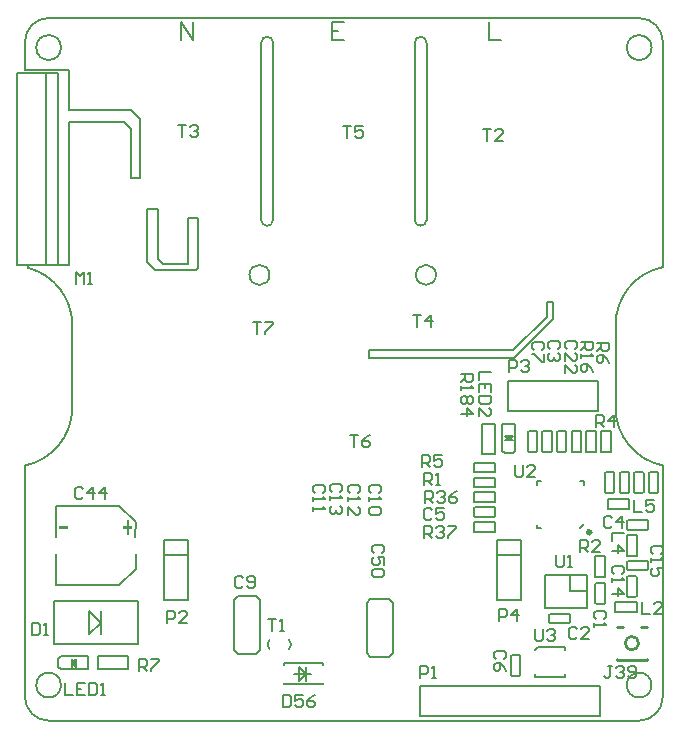
<source format=gto>
%FSLAX25Y25*%
%MOIN*%
G70*
G01*
G75*
%ADD10C,0.01000*%
%ADD11C,0.00800*%
%ADD12C,0.03000*%
%ADD13C,0.02000*%
%ADD14C,0.04000*%
%ADD15R,0.11811X0.09843*%
%ADD16O,0.11811X0.09843*%
%ADD17R,0.02362X0.02362*%
%ADD18R,0.03347X0.02756*%
%ADD19R,0.09843X0.09843*%
%ADD20R,0.04724X0.01181*%
%ADD21R,0.01181X0.04724*%
%ADD22R,0.02362X0.02362*%
%ADD23R,0.03937X0.04134*%
%ADD24R,0.04134X0.08661*%
%ADD25R,0.04724X0.04331*%
%ADD26R,0.03543X0.06299*%
G04:AMPARAMS|DCode=27|XSize=21.65mil|YSize=9.84mil|CornerRadius=2.46mil|HoleSize=0mil|Usage=FLASHONLY|Rotation=0.000|XOffset=0mil|YOffset=0mil|HoleType=Round|Shape=RoundedRectangle|*
%AMROUNDEDRECTD27*
21,1,0.02165,0.00492,0,0,0.0*
21,1,0.01673,0.00984,0,0,0.0*
1,1,0.00492,0.00837,-0.00246*
1,1,0.00492,-0.00837,-0.00246*
1,1,0.00492,-0.00837,0.00246*
1,1,0.00492,0.00837,0.00246*
%
%ADD27ROUNDEDRECTD27*%
%ADD28R,0.04331X0.04724*%
%ADD29R,0.13780X0.04724*%
%ADD30R,0.08661X0.11024*%
%ADD31R,0.02756X0.03347*%
%ADD32R,0.07087X0.03937*%
%ADD33R,0.01969X0.03150*%
%ADD34R,0.02200X0.06800*%
%ADD35R,0.05000X0.08200*%
%ADD36R,0.19000X0.05200*%
%ADD37R,0.14100X0.20100*%
%ADD38R,0.19200X0.07300*%
%ADD39C,0.00500*%
%ADD40C,0.06000*%
%ADD41R,0.33465X0.07874*%
%ADD42O,0.06000X0.03000*%
%ADD43R,0.06000X0.03000*%
%ADD44R,0.05906X0.05906*%
%ADD45C,0.05906*%
%ADD46R,0.13780X0.35433*%
%ADD47C,0.02000*%
%ADD48C,0.03000*%
%ADD49C,0.04000*%
%ADD50R,0.03937X0.02362*%
%ADD51R,0.03937X0.07299*%
G04:AMPARAMS|DCode=52|XSize=157.48mil|YSize=275.59mil|CornerRadius=0mil|HoleSize=0mil|Usage=FLASHONLY|Rotation=180.000|XOffset=0mil|YOffset=0mil|HoleType=Round|Shape=Octagon|*
%AMOCTAGOND52*
4,1,8,0.03937,-0.13780,-0.03937,-0.13780,-0.07874,-0.09843,-0.07874,0.09843,-0.03937,0.13780,0.03937,0.13780,0.07874,0.09843,0.07874,-0.09843,0.03937,-0.13780,0.0*
%
%ADD52OCTAGOND52*%

%ADD53R,0.03150X0.05512*%
%ADD54R,0.03150X0.05512*%
%ADD55R,0.27200X0.43300*%
%ADD56R,0.13500X0.48000*%
%ADD57R,0.35700X0.14100*%
%ADD58R,0.14000X0.05900*%
%ADD59R,0.20500X0.07100*%
%ADD60R,0.08100X0.16600*%
%ADD61R,0.42700X0.04000*%
%ADD62R,0.26300X0.10800*%
%ADD63R,0.08500X0.52200*%
%ADD64C,0.06299*%
%ADD65C,0.05906*%
%ADD66C,0.07087*%
%ADD67C,0.01500*%
%ADD68C,0.00591*%
%ADD69C,0.00787*%
%ADD70C,0.00600*%
G36*
X-19078Y49066D02*
X-17909D01*
Y48287D01*
X-19078D01*
Y46078D01*
X-19857D01*
Y48287D01*
X-21027D01*
Y49066D01*
X-19857D01*
Y51275D01*
X-19078D01*
Y49066D01*
D02*
G37*
G36*
X-39216Y48287D02*
X-42334D01*
Y49066D01*
X-39216D01*
Y48287D01*
D02*
G37*
D10*
X150838Y10119D02*
G03*
X150838Y10119I-2236J0D01*
G01*
X151480Y4617D02*
X153601D01*
Y4878D01*
X143601Y4617D02*
Y4878D01*
Y4617D02*
X145723D01*
X153602Y15359D02*
Y15621D01*
X151480D02*
X153602D01*
X143602D02*
X145723D01*
X143602Y15359D02*
Y15621D01*
X145723Y4617D02*
X151480D01*
D39*
X27828Y11243D02*
G03*
X27828Y8094I1575J-1575D01*
G01*
X34324D02*
G03*
X34324Y11243I-1575J1575D01*
G01*
X-56379Y200300D02*
X-42600D01*
X-56379Y136345D02*
Y200300D01*
X-42600Y136345D02*
Y200300D01*
X-56379Y136345D02*
X-42600D01*
X-46537Y136800D02*
Y200300D01*
X138327Y80832D02*
X141476D01*
X138327Y73746D02*
X141476D01*
X138327D02*
Y80832D01*
X141476Y73746D02*
Y80832D01*
X133427D02*
X136576D01*
X133427Y73746D02*
X136576D01*
X133427D02*
Y80832D01*
X136576Y73746D02*
Y80832D01*
X128527Y73746D02*
X131676D01*
X128527Y80832D02*
X131676D01*
Y73746D02*
Y80832D01*
X128527Y73746D02*
Y80832D01*
X126776Y80439D02*
X126776D01*
X124020Y73746D02*
X126383D01*
X126776Y74139D02*
Y80439D01*
X124020Y80832D02*
X126383D01*
X123627Y74139D02*
Y80439D01*
X124020Y73746D02*
X124020D01*
X123627Y74139D02*
X124020Y73746D01*
X126383D02*
Y73746D01*
X126776Y74139D01*
X124020Y80832D02*
Y80832D01*
X123627Y80439D02*
X124020Y80832D01*
X126383D02*
Y80832D01*
Y80832D02*
X126776Y80439D01*
X121876D02*
X121876D01*
X119120Y73746D02*
X121483D01*
X121876Y74139D02*
Y80439D01*
X119120Y80832D02*
X121483D01*
X118727Y74139D02*
Y80439D01*
X119120Y73746D02*
X119120D01*
X118727Y74139D02*
X119120Y73746D01*
X121483D02*
Y73746D01*
X121876Y74139D01*
X119120Y80832D02*
Y80832D01*
X118727Y80439D02*
X119120Y80832D01*
X121483D02*
Y80832D01*
Y80832D02*
X121876Y80439D01*
X116976D02*
X116976D01*
X114220Y73746D02*
X116583D01*
X116976Y74139D02*
Y80439D01*
X114220Y80832D02*
X116583D01*
X113827Y74139D02*
Y80439D01*
X114220Y73746D02*
X114220D01*
X113827Y74139D02*
X114220Y73746D01*
X116583D02*
Y73746D01*
X116976Y74139D01*
X114220Y80832D02*
Y80832D01*
X113827Y80439D02*
X114220Y80832D01*
X116583D02*
Y80832D01*
Y80832D02*
X116976Y80439D01*
X105436Y83195D02*
X109767D01*
X105436Y74139D02*
Y83195D01*
X106223Y73352D02*
X108979D01*
X109767Y74139D02*
Y83195D01*
X105436Y74139D02*
X106223Y73352D01*
X106223Y77781D02*
X108979D01*
X106223Y79159D02*
X108979D01*
X107601Y77781D02*
X108979Y79159D01*
X106223D02*
X107601Y77781D01*
Y79159D01*
X108979Y73352D02*
X109767Y74139D01*
X103067Y73252D02*
Y83095D01*
X98736Y73252D02*
Y83095D01*
X103067D01*
X98736Y73252D02*
X103067D01*
X116965Y64095D02*
X118295D01*
X131382D02*
X132713D01*
X116965Y48347D02*
X118295D01*
X116965D02*
Y49678D01*
X132713Y62765D02*
Y64095D01*
X116965Y62765D02*
Y64095D01*
X131147Y48347D02*
X132713Y49913D01*
X157375Y66818D02*
X157375D01*
X154619Y60125D02*
X156981D01*
X157375Y60519D02*
Y66818D01*
X154619Y67212D02*
X156981D01*
X154225Y60519D02*
Y66818D01*
X154619Y60125D02*
X154619D01*
X154225Y60519D02*
X154619Y60125D01*
X156981D02*
Y60125D01*
X157375Y60519D01*
X154619Y67212D02*
Y67212D01*
X154225Y66818D02*
X154619Y67212D01*
X156981D02*
Y67212D01*
Y67212D02*
X157375Y66818D01*
X152508Y66718D02*
X152508D01*
X149752Y60025D02*
X152114D01*
X152508Y60419D02*
Y66718D01*
X149752Y67112D02*
X152114D01*
X149358Y60419D02*
Y66718D01*
X149752Y60025D02*
X149752D01*
X149358Y60419D02*
X149752Y60025D01*
X152114D02*
Y60025D01*
X152508Y60419D01*
X149752Y67112D02*
Y67112D01*
X149358Y66718D02*
X149752Y67112D01*
X152114D02*
Y67112D01*
Y67112D02*
X152508Y66718D01*
X147642D02*
X147642D01*
X144886Y60025D02*
X147248D01*
X147642Y60419D02*
Y66718D01*
X144886Y67112D02*
X147248D01*
X144492Y60419D02*
Y66718D01*
X144886Y60025D02*
X144886D01*
X144492Y60419D02*
X144886Y60025D01*
X147248D02*
Y60025D01*
X147642Y60419D01*
X144886Y67112D02*
Y67112D01*
X144492Y66718D02*
X144886Y67112D01*
X147248D02*
Y67112D01*
Y67112D02*
X147642Y66718D01*
X142775Y66918D02*
X142775D01*
X140019Y60225D02*
X142381D01*
X142775Y60619D02*
Y66918D01*
X140019Y67312D02*
X142381D01*
X139625Y60619D02*
Y66918D01*
X140019Y60225D02*
X140019D01*
X139625Y60619D02*
X140019Y60225D01*
X142381D02*
Y60225D01*
X142775Y60619D01*
X140019Y67312D02*
Y67312D01*
X139625Y66918D02*
X140019Y67312D01*
X142381D02*
Y67312D01*
Y67312D02*
X142775Y66918D01*
X147612Y54925D02*
Y58075D01*
X140525Y54925D02*
Y58075D01*
X147612D01*
X140525Y54925D02*
X147612D01*
X147382Y51075D02*
Y51075D01*
X154075Y48319D02*
Y50681D01*
X147382Y51075D02*
X153681D01*
X146988Y48319D02*
Y50681D01*
X147382Y47925D02*
X153681D01*
X154075Y48319D02*
Y48319D01*
X153681Y47925D02*
X154075Y48319D01*
X154075Y50681D02*
X154075D01*
X153681Y51075D02*
X154075Y50681D01*
X146988Y48319D02*
X146988D01*
X147382Y47925D01*
X146988Y50681D02*
X146988D01*
X147382Y51075D01*
X147025Y39088D02*
X150175D01*
X147025Y46175D02*
X150175D01*
Y39088D02*
Y46175D01*
X147025Y39088D02*
Y46175D01*
X147382Y37575D02*
Y37575D01*
X154075Y34819D02*
Y37181D01*
X147382Y37575D02*
X153681D01*
X146988Y34819D02*
Y37181D01*
X147382Y34425D02*
X153681D01*
X154075Y34819D02*
Y34819D01*
X153681Y34425D02*
X154075Y34819D01*
X154075Y37181D02*
X154075D01*
X153681Y37575D02*
X154075Y37181D01*
X146988Y34819D02*
X146988D01*
X147382Y34425D01*
X146988Y37181D02*
X146988D01*
X147382Y37575D01*
X136427Y39332D02*
X139576D01*
X136427Y32246D02*
X139576D01*
X136427D02*
Y39332D01*
X139576Y32246D02*
Y39332D01*
X147025Y25882D02*
X147025D01*
X147419Y32575D02*
X149781D01*
X147025Y25882D02*
Y32181D01*
X147419Y25488D02*
X149781D01*
X150175Y25882D02*
Y32181D01*
X149781Y32575D02*
X149781D01*
X150175Y32181D01*
X147419Y32575D02*
Y32575D01*
X147025Y32181D02*
X147419Y32575D01*
X149781Y25488D02*
Y25488D01*
X150175Y25882D01*
X147419Y25488D02*
Y25488D01*
X147025Y25882D02*
X147419Y25488D01*
X136427Y23503D02*
X136427D01*
X136820Y30195D02*
X139183D01*
X136427Y23503D02*
Y29802D01*
X136820Y23109D02*
X139183D01*
X139576Y23503D02*
Y29802D01*
X139183Y30195D02*
X139183D01*
X139576Y29802D01*
X136820Y30195D02*
Y30195D01*
X136427Y29802D02*
X136820Y30195D01*
X139183Y23109D02*
Y23109D01*
X139576Y23503D01*
X136820Y23109D02*
Y23109D01*
X136427Y23503D02*
X136820Y23109D01*
X143088Y20625D02*
Y23775D01*
X150175Y20625D02*
Y23775D01*
X143088Y20625D02*
X150175D01*
X143088Y23775D02*
X150175D01*
X127618Y16725D02*
Y16725D01*
X120925Y17119D02*
Y19481D01*
X121319Y16725D02*
X127618D01*
X128012Y17119D02*
Y19481D01*
X121319Y19875D02*
X127618D01*
X120925Y19481D02*
Y19481D01*
X121319Y19875D01*
X120925Y17119D02*
X120925D01*
X121319Y16725D01*
X128012Y19481D02*
X128012D01*
X127618Y19875D02*
X128012Y19481D01*
Y17119D02*
X128012D01*
X127618Y16725D02*
X128012Y17119D01*
X95825Y67125D02*
Y70275D01*
X102912Y67125D02*
Y70275D01*
X95825Y67125D02*
X102912D01*
X95825Y70275D02*
X102912D01*
X95825Y62175D02*
Y65325D01*
X102912Y62175D02*
Y65325D01*
X95825Y62175D02*
X102912D01*
X95825Y65325D02*
X102912D01*
X96219Y55425D02*
Y55425D01*
X102912Y52669D02*
Y55031D01*
X96219Y55425D02*
X102518D01*
X95825Y52669D02*
Y55031D01*
X96219Y52275D02*
X102518D01*
X102912Y52669D02*
Y52669D01*
X102518Y52275D02*
X102912Y52669D01*
X102912Y55031D02*
X102912D01*
X102518Y55425D02*
X102912Y55031D01*
X95825Y52669D02*
X95825D01*
X96219Y52275D01*
X95825Y55031D02*
X95825D01*
X96219Y55425D01*
X95825Y47325D02*
Y50475D01*
X102912Y47325D02*
Y50475D01*
X95825Y47325D02*
X102912D01*
X95825Y50475D02*
X102912D01*
X95825Y57225D02*
Y60375D01*
X102912Y57225D02*
Y60375D01*
X95825Y57225D02*
X102912D01*
X95825Y60375D02*
X102912D01*
X126223Y7842D02*
Y8742D01*
Y-1101D02*
Y-101D01*
X116380Y-1101D02*
Y-201D01*
Y7699D02*
X117423Y8742D01*
X126223D01*
X116380Y-1101D02*
X126223D01*
X108227Y-398D02*
X108227D01*
X108620Y6295D02*
X110983D01*
X108227Y-398D02*
Y5902D01*
X108620Y-791D02*
X110983D01*
X111376Y-398D02*
Y5902D01*
X110983Y6295D02*
X110983D01*
X111376Y5902D01*
X108620Y6295D02*
Y6295D01*
X108227Y5902D02*
X108620Y6295D01*
X110983Y-791D02*
Y-791D01*
X111376Y-398D01*
X108620Y-791D02*
Y-791D01*
X108227Y-398D02*
X108620Y-791D01*
X36000Y-100D02*
X41500D01*
X45500Y-3643D02*
Y-3100D01*
Y2900D02*
Y3443D01*
X32500Y-3643D02*
Y-3100D01*
Y2900D02*
Y3443D01*
X39900Y-2500D02*
Y2224D01*
X37538D02*
X39900Y-138D01*
X37538Y-2500D02*
Y2224D01*
Y-2500D02*
X39900Y-138D01*
X32500Y-3643D02*
X45500D01*
X32500Y3443D02*
X45500D01*
X-16065Y9913D02*
Y24087D01*
X-44018Y9913D02*
Y24087D01*
X-28270Y13063D02*
Y20937D01*
X-44018Y9913D02*
X-16065D01*
X-44018Y24087D02*
X-16065D01*
X-32207Y13063D02*
Y20937D01*
X-28270Y17000D01*
X-32207Y13063D02*
X-28270Y17000D01*
X-19514Y1455D02*
Y5786D01*
X-29357Y1455D02*
Y5786D01*
Y1455D02*
X-19514D01*
X-29357Y5786D02*
X-19514D01*
X-42562Y2243D02*
X-41775Y1455D01*
X-38133Y3621D02*
X-36755D01*
X-38133D02*
X-36755Y4999D01*
X-38133Y3621D02*
X-36755Y2243D01*
Y4999D01*
X-38133Y2243D02*
Y4999D01*
X-42562Y4999D02*
X-41775Y5786D01*
X-41775Y1455D02*
X-32720D01*
X-42562Y2243D02*
Y4999D01*
X-41775Y5786D02*
X-32720D01*
Y1455D02*
Y5786D01*
X61452Y24766D02*
X67751D01*
X61452Y5671D02*
X67751D01*
Y24766D02*
X68932Y23584D01*
X60271D02*
X61452Y24766D01*
X60271Y6852D02*
X61452Y5671D01*
X67751D02*
X68932Y6852D01*
X60271D02*
Y23584D01*
X68932Y6852D02*
Y23584D01*
X17150Y6655D02*
X23450D01*
X17150Y25750D02*
X23450D01*
X15969Y7836D02*
X17150Y6655D01*
X23450D02*
X24631Y7836D01*
X23450Y25750D02*
X24631Y24568D01*
X15969D02*
X17150Y25750D01*
X24631Y7836D02*
Y24568D01*
X15969Y7836D02*
Y24568D01*
X99100Y181599D02*
X101766D01*
X100433D01*
Y177600D01*
X105764D02*
X103099D01*
X105764Y180266D01*
Y180932D01*
X105098Y181599D01*
X103765D01*
X103099Y180932D01*
X-2700Y182999D02*
X-34D01*
X-1367D01*
Y179000D01*
X1299Y182332D02*
X1965Y182999D01*
X3298D01*
X3965Y182332D01*
Y181666D01*
X3298Y180999D01*
X2632D01*
X3298D01*
X3965Y180333D01*
Y179666D01*
X3298Y179000D01*
X1965D01*
X1299Y179666D01*
X52200Y182499D02*
X54866D01*
X53533D01*
Y178500D01*
X58864Y182499D02*
X56199D01*
Y180499D01*
X57532Y181166D01*
X58198D01*
X58864Y180499D01*
Y179166D01*
X58198Y178500D01*
X56865D01*
X56199Y179166D01*
X75600Y119599D02*
X78266D01*
X76933D01*
Y115600D01*
X81598D02*
Y119599D01*
X79599Y117599D01*
X82265D01*
X54700Y79399D02*
X57366D01*
X56033D01*
Y75400D01*
X61365Y79399D02*
X60032Y78732D01*
X58699Y77399D01*
Y76066D01*
X59365Y75400D01*
X60698D01*
X61365Y76066D01*
Y76733D01*
X60698Y77399D01*
X58699D01*
X22400Y117299D02*
X25066D01*
X23733D01*
Y113300D01*
X26399Y117299D02*
X29065D01*
Y116632D01*
X26399Y113967D01*
Y113300D01*
X-36700Y129800D02*
Y133799D01*
X-35367Y132466D01*
X-34034Y133799D01*
Y129800D01*
X-32701D02*
X-31368D01*
X-32035D01*
Y133799D01*
X-32701Y133132D01*
X64332Y60034D02*
X64999Y60701D01*
Y62034D01*
X64332Y62700D01*
X61666D01*
X61000Y62034D01*
Y60701D01*
X61666Y60034D01*
X61000Y58701D02*
Y57368D01*
Y58035D01*
X64999D01*
X64332Y58701D01*
Y55369D02*
X64999Y54703D01*
Y53370D01*
X64332Y52703D01*
X61666D01*
X61000Y53370D01*
Y54703D01*
X61666Y55369D01*
X64332D01*
X118532Y107834D02*
X119199Y108501D01*
Y109834D01*
X118532Y110500D01*
X115866D01*
X115200Y109834D01*
Y108501D01*
X115866Y107834D01*
X119199Y106501D02*
Y103835D01*
X118532D01*
X115866Y106501D01*
X115200D01*
X82066Y54632D02*
X81399Y55299D01*
X80066D01*
X79400Y54632D01*
Y51966D01*
X80066Y51300D01*
X81399D01*
X82066Y51966D01*
X86064Y55299D02*
X83399D01*
Y53299D01*
X84732Y53966D01*
X85398D01*
X86064Y53299D01*
Y51966D01*
X85398Y51300D01*
X84065D01*
X83399Y51966D01*
X141866Y51932D02*
X141199Y52599D01*
X139866D01*
X139200Y51932D01*
Y49266D01*
X139866Y48600D01*
X141199D01*
X141866Y49266D01*
X145198Y48600D02*
Y52599D01*
X143199Y50599D01*
X145864D01*
X109569Y69651D02*
Y66319D01*
X110236Y65652D01*
X111568D01*
X112235Y66319D01*
Y69651D01*
X116234Y65652D02*
X113568D01*
X116234Y68318D01*
Y68984D01*
X115567Y69651D01*
X114234D01*
X113568Y68984D01*
X91800Y99900D02*
X95799D01*
Y97901D01*
X95132Y97234D01*
X93799D01*
X93133Y97901D01*
Y99900D01*
Y98567D02*
X91800Y97234D01*
Y95901D02*
Y94568D01*
Y95235D01*
X95799D01*
X95132Y95901D01*
Y92569D02*
X95799Y91903D01*
Y90570D01*
X95132Y89903D01*
X94466D01*
X93799Y90570D01*
X93133Y89903D01*
X92466D01*
X91800Y90570D01*
Y91903D01*
X92466Y92569D01*
X93133D01*
X93799Y91903D01*
X94466Y92569D01*
X95132D01*
X93799Y91903D02*
Y90570D01*
X91800Y86571D02*
X95799D01*
X93799Y88570D01*
Y85905D01*
X101599Y100400D02*
X97600D01*
Y97734D01*
X101599Y93735D02*
Y96401D01*
X97600D01*
Y93735D01*
X99599Y96401D02*
Y95068D01*
X101599Y92403D02*
X97600D01*
Y90403D01*
X98266Y89737D01*
X100932D01*
X101599Y90403D01*
Y92403D01*
X97600Y85738D02*
Y88404D01*
X100266Y85738D01*
X100932D01*
X101599Y86405D01*
Y87737D01*
X100932Y88404D01*
X129532Y108034D02*
X130199Y108701D01*
Y110034D01*
X129532Y110700D01*
X126866D01*
X126200Y110034D01*
Y108701D01*
X126866Y108034D01*
X126200Y104035D02*
Y106701D01*
X128866Y104035D01*
X129532D01*
X130199Y104702D01*
Y106035D01*
X129532Y106701D01*
X126200Y100037D02*
Y102703D01*
X128866Y100037D01*
X129532D01*
X130199Y100703D01*
Y102036D01*
X129532Y102703D01*
X158332Y39834D02*
X158999Y40501D01*
Y41834D01*
X158332Y42500D01*
X155666D01*
X155000Y41834D01*
Y40501D01*
X155666Y39834D01*
X155000Y38501D02*
Y37168D01*
Y37835D01*
X158999D01*
X158332Y38501D01*
X158999Y32503D02*
Y35169D01*
X156999D01*
X157666Y33836D01*
Y33170D01*
X156999Y32503D01*
X155666D01*
X155000Y33170D01*
Y34503D01*
X155666Y35169D01*
X145232Y33034D02*
X145899Y33701D01*
Y35034D01*
X145232Y35700D01*
X142567D01*
X141900Y35034D01*
Y33701D01*
X142567Y33034D01*
X141900Y31701D02*
Y30368D01*
Y31035D01*
X145899D01*
X145232Y31701D01*
X141900Y26370D02*
X145899D01*
X143899Y28369D01*
Y25703D01*
X51232Y60634D02*
X51899Y61301D01*
Y62634D01*
X51232Y63300D01*
X48566D01*
X47900Y62634D01*
Y61301D01*
X48566Y60634D01*
X47900Y59301D02*
Y57968D01*
Y58635D01*
X51899D01*
X51232Y59301D01*
Y55969D02*
X51899Y55303D01*
Y53970D01*
X51232Y53303D01*
X50566D01*
X49899Y53970D01*
Y54636D01*
Y53970D01*
X49233Y53303D01*
X48566D01*
X47900Y53970D01*
Y55303D01*
X48566Y55969D01*
X57332Y60234D02*
X57999Y60901D01*
Y62234D01*
X57332Y62900D01*
X54666D01*
X54000Y62234D01*
Y60901D01*
X54666Y60234D01*
X54000Y58901D02*
Y57568D01*
Y58235D01*
X57999D01*
X57332Y58901D01*
X54000Y52903D02*
Y55569D01*
X56666Y52903D01*
X57332D01*
X57999Y53570D01*
Y54903D01*
X57332Y55569D01*
X45632Y60234D02*
X46299Y60901D01*
Y62234D01*
X45632Y62900D01*
X42966D01*
X42300Y62234D01*
Y60901D01*
X42966Y60234D01*
X42300Y58901D02*
Y57568D01*
Y58235D01*
X46299D01*
X45632Y58901D01*
X42300Y55569D02*
Y54236D01*
Y54903D01*
X46299D01*
X45632Y55569D01*
X105932Y4834D02*
X106599Y5501D01*
Y6833D01*
X105932Y7500D01*
X103267D01*
X102600Y6833D01*
Y5501D01*
X103267Y4834D01*
X106599Y836D02*
X105932Y2168D01*
X104599Y3501D01*
X103267D01*
X102600Y2835D01*
Y1502D01*
X103267Y836D01*
X103933D01*
X104599Y1502D01*
Y3501D01*
X124032Y108034D02*
X124699Y108701D01*
Y110034D01*
X124032Y110700D01*
X121367D01*
X120700Y110034D01*
Y108701D01*
X121367Y108034D01*
X124032Y106701D02*
X124699Y106035D01*
Y104702D01*
X124032Y104035D01*
X123366D01*
X122699Y104702D01*
Y105368D01*
Y104702D01*
X122033Y104035D01*
X121367D01*
X120700Y104702D01*
Y106035D01*
X121367Y106701D01*
X130166Y14832D02*
X129499Y15499D01*
X128166D01*
X127500Y14832D01*
Y12167D01*
X128166Y11500D01*
X129499D01*
X130166Y12167D01*
X134165Y11500D02*
X131499D01*
X134165Y14166D01*
Y14832D01*
X133498Y15499D01*
X132165D01*
X131499Y14832D01*
X139332Y18134D02*
X139999Y18801D01*
Y20133D01*
X139332Y20800D01*
X136667D01*
X136000Y20133D01*
Y18801D01*
X136667Y18134D01*
X136000Y16801D02*
Y15468D01*
Y16135D01*
X139999D01*
X139332Y16801D01*
X107501Y100474D02*
Y104473D01*
X109500D01*
X110166Y103806D01*
Y102473D01*
X109500Y101807D01*
X107501D01*
X111499Y103806D02*
X112166Y104473D01*
X113498D01*
X114165Y103806D01*
Y103140D01*
X113498Y102473D01*
X112832D01*
X113498D01*
X114165Y101807D01*
Y101140D01*
X113498Y100474D01*
X112166D01*
X111499Y101140D01*
X-6300Y17000D02*
Y20999D01*
X-4301D01*
X-3634Y20332D01*
Y18999D01*
X-4301Y18333D01*
X-6300D01*
X365Y17000D02*
X-2301D01*
X365Y19666D01*
Y20332D01*
X-302Y20999D01*
X-1635D01*
X-2301Y20332D01*
X78000Y-1426D02*
Y2573D01*
X80000D01*
X80666Y1906D01*
Y573D01*
X80000Y-93D01*
X78000D01*
X81999Y-1426D02*
X83332D01*
X82666D01*
Y2573D01*
X81999Y1906D01*
X18866Y31806D02*
X18200Y32473D01*
X16867D01*
X16201Y31806D01*
Y29140D01*
X16867Y28474D01*
X18200D01*
X18866Y29140D01*
X20199D02*
X20866Y28474D01*
X22198D01*
X22865Y29140D01*
Y31806D01*
X22198Y32473D01*
X20866D01*
X20199Y31806D01*
Y31140D01*
X20866Y30473D01*
X22865D01*
X-34334Y61432D02*
X-35001Y62099D01*
X-36334D01*
X-37000Y61432D01*
Y58766D01*
X-36334Y58100D01*
X-35001D01*
X-34334Y58766D01*
X-31002Y58100D02*
Y62099D01*
X-33001Y60099D01*
X-30336D01*
X-27003Y58100D02*
Y62099D01*
X-29003Y60099D01*
X-26337D01*
X-51300Y16799D02*
Y12800D01*
X-49301D01*
X-48634Y13466D01*
Y16132D01*
X-49301Y16799D01*
X-51300D01*
X-47301Y12800D02*
X-45968D01*
X-46635D01*
Y16799D01*
X-47301Y16132D01*
X27400Y18173D02*
X30066D01*
X28733D01*
Y14174D01*
X31399D02*
X32732D01*
X32066D01*
Y18173D01*
X31399Y17506D01*
X65232Y40134D02*
X65899Y40801D01*
Y42134D01*
X65232Y42800D01*
X62566D01*
X61900Y42134D01*
Y40801D01*
X62566Y40134D01*
X65899Y36136D02*
Y38801D01*
X63899D01*
X64566Y37468D01*
Y36802D01*
X63899Y36136D01*
X62566D01*
X61900Y36802D01*
Y38135D01*
X62566Y38801D01*
X65232Y34803D02*
X65899Y34136D01*
Y32803D01*
X65232Y32137D01*
X62566D01*
X61900Y32803D01*
Y34136D01*
X62566Y34803D01*
X65232D01*
X152000Y23999D02*
Y20000D01*
X154666D01*
X158665D02*
X155999D01*
X158665Y22666D01*
Y23332D01*
X157998Y23999D01*
X156665D01*
X155999Y23332D01*
X146099Y46900D02*
X142100D01*
Y44234D01*
Y40902D02*
X146099D01*
X144099Y42901D01*
Y40235D01*
X149400Y57999D02*
Y54000D01*
X152066D01*
X156064Y57999D02*
X153399D01*
Y55999D01*
X154732Y56666D01*
X155398D01*
X156064Y55999D01*
Y54666D01*
X155398Y54000D01*
X154065D01*
X153399Y54666D01*
X-40400Y-3301D02*
Y-7300D01*
X-37734D01*
X-33735Y-3301D02*
X-36401D01*
Y-7300D01*
X-33735D01*
X-36401Y-5301D02*
X-35068D01*
X-32403Y-3301D02*
Y-7300D01*
X-30403D01*
X-29737Y-6634D01*
Y-3968D01*
X-30403Y-3301D01*
X-32403D01*
X-28404Y-7300D02*
X-27071D01*
X-27737D01*
Y-3301D01*
X-28404Y-3968D01*
X79400Y62900D02*
Y66899D01*
X81399D01*
X82066Y66232D01*
Y64899D01*
X81399Y64233D01*
X79400D01*
X80733D02*
X82066Y62900D01*
X83399D02*
X84732D01*
X84065D01*
Y66899D01*
X83399Y66232D01*
X131400Y40600D02*
Y44599D01*
X133399D01*
X134066Y43932D01*
Y42599D01*
X133399Y41933D01*
X131400D01*
X132733D02*
X134066Y40600D01*
X138065D02*
X135399D01*
X138065Y43266D01*
Y43932D01*
X137398Y44599D01*
X136065D01*
X135399Y43932D01*
X136600Y82200D02*
Y86199D01*
X138599D01*
X139266Y85532D01*
Y84199D01*
X138599Y83533D01*
X136600D01*
X137933D02*
X139266Y82200D01*
X142598D02*
Y86199D01*
X140599Y84199D01*
X143264D01*
X78700Y68700D02*
Y72699D01*
X80699D01*
X81366Y72032D01*
Y70699D01*
X80699Y70033D01*
X78700D01*
X80033D02*
X81366Y68700D01*
X85365Y72699D02*
X82699D01*
Y70699D01*
X84032Y71366D01*
X84698D01*
X85365Y70699D01*
Y69366D01*
X84698Y68700D01*
X83365D01*
X82699Y69366D01*
X137100Y110100D02*
X141099D01*
Y108101D01*
X140432Y107434D01*
X139099D01*
X138433Y108101D01*
Y110100D01*
Y108767D02*
X137100Y107434D01*
X141099Y103436D02*
X140432Y104768D01*
X139099Y106101D01*
X137767D01*
X137100Y105435D01*
Y104102D01*
X137767Y103436D01*
X138433D01*
X139099Y104102D01*
Y106101D01*
X-15800Y900D02*
Y4899D01*
X-13801D01*
X-13134Y4232D01*
Y2899D01*
X-13801Y2233D01*
X-15800D01*
X-14467D02*
X-13134Y900D01*
X-11801Y4899D02*
X-9136D01*
Y4232D01*
X-11801Y1567D01*
Y900D01*
X131700Y110400D02*
X135699D01*
Y108401D01*
X135032Y107734D01*
X133699D01*
X133033Y108401D01*
Y110400D01*
Y109067D02*
X131700Y107734D01*
Y106401D02*
Y105068D01*
Y105735D01*
X135699D01*
X135032Y106401D01*
X135699Y100403D02*
X135032Y101736D01*
X133699Y103069D01*
X132367D01*
X131700Y102403D01*
Y101070D01*
X132367Y100403D01*
X133033D01*
X133699Y101070D01*
Y103069D01*
X79600Y56800D02*
Y60799D01*
X81599D01*
X82266Y60132D01*
Y58799D01*
X81599Y58133D01*
X79600D01*
X80933D02*
X82266Y56800D01*
X83599Y60132D02*
X84265Y60799D01*
X85598D01*
X86264Y60132D01*
Y59466D01*
X85598Y58799D01*
X84932D01*
X85598D01*
X86264Y58133D01*
Y57466D01*
X85598Y56800D01*
X84265D01*
X83599Y57466D01*
X90263Y60799D02*
X88930Y60132D01*
X87597Y58799D01*
Y57466D01*
X88264Y56800D01*
X89597D01*
X90263Y57466D01*
Y58133D01*
X89597Y58799D01*
X87597D01*
X79400Y45300D02*
Y49299D01*
X81399D01*
X82066Y48632D01*
Y47299D01*
X81399Y46633D01*
X79400D01*
X80733D02*
X82066Y45300D01*
X83399Y48632D02*
X84065Y49299D01*
X85398D01*
X86064Y48632D01*
Y47966D01*
X85398Y47299D01*
X84732D01*
X85398D01*
X86064Y46633D01*
Y45966D01*
X85398Y45300D01*
X84065D01*
X83399Y45966D01*
X87397Y49299D02*
X90063D01*
Y48632D01*
X87397Y45966D01*
Y45300D01*
X32300Y-7001D02*
Y-11000D01*
X34299D01*
X34966Y-10334D01*
Y-7668D01*
X34299Y-7001D01*
X32300D01*
X38965D02*
X36299D01*
Y-9001D01*
X37632Y-8334D01*
X38298D01*
X38965Y-9001D01*
Y-10334D01*
X38298Y-11000D01*
X36965D01*
X36299Y-10334D01*
X42963Y-7001D02*
X41630Y-7668D01*
X40297Y-9001D01*
Y-10334D01*
X40964Y-11000D01*
X42297D01*
X42963Y-10334D01*
Y-9667D01*
X42297Y-9001D01*
X40297D01*
X141866Y2599D02*
X140533D01*
X141199D01*
Y-734D01*
X140533Y-1400D01*
X139866D01*
X139200Y-734D01*
X143199Y1932D02*
X143865Y2599D01*
X145198D01*
X145864Y1932D01*
Y1266D01*
X145198Y599D01*
X144532D01*
X145198D01*
X145864Y-67D01*
Y-734D01*
X145198Y-1400D01*
X143865D01*
X143199Y-734D01*
X147197D02*
X147864Y-1400D01*
X149197D01*
X149863Y-734D01*
Y1932D01*
X149197Y2599D01*
X147864D01*
X147197Y1932D01*
Y1266D01*
X147864Y599D01*
X149863D01*
X123375Y39399D02*
Y36066D01*
X124041Y35400D01*
X125374D01*
X126041Y36066D01*
Y39399D01*
X127374Y35400D02*
X128706D01*
X128040D01*
Y39399D01*
X127374Y38732D01*
X116400Y14799D02*
Y11467D01*
X117067Y10800D01*
X118399D01*
X119066Y11467D01*
Y14799D01*
X120399Y14132D02*
X121065Y14799D01*
X122398D01*
X123064Y14132D01*
Y13466D01*
X122398Y12799D01*
X121732D01*
X122398D01*
X123064Y12133D01*
Y11467D01*
X122398Y10800D01*
X121065D01*
X120399Y11467D01*
X104300Y17500D02*
Y21499D01*
X106299D01*
X106966Y20832D01*
Y19499D01*
X106299Y18833D01*
X104300D01*
X110298Y17500D02*
Y21499D01*
X108299Y19499D01*
X110965D01*
X52499Y217198D02*
X48500D01*
Y211200D01*
X52499D01*
X48500Y214199D02*
X50499D01*
X101000Y217198D02*
Y211200D01*
X104999D01*
X-1700D02*
Y217198D01*
X2299Y211200D01*
Y217198D01*
X80160Y210284D02*
G03*
X76223Y210284I-1969J0D01*
G01*
X28979D02*
G03*
X25042Y210284I-1969J0D01*
G01*
Y151229D02*
G03*
X28979Y151229I1969J0D01*
G01*
X-41691Y208661D02*
G03*
X-41691Y208661I-4134J0D01*
G01*
X155160Y-3858D02*
G03*
X155160Y-3858I-4134J0D01*
G01*
X-41691D02*
G03*
X-41691Y-3858I-4134J0D01*
G01*
X-53698Y-7826D02*
G03*
X-45825Y-15700I7874J0D01*
G01*
X151026D02*
G03*
X158900Y-7826I0J7874D01*
G01*
X-53698Y69343D02*
G03*
X-37951Y88631I-3937J19287D01*
G01*
X143152D02*
G03*
X158900Y69343I19685J0D01*
G01*
Y135477D02*
G03*
X143152Y116190I3937J-19287D01*
G01*
X76223Y151229D02*
G03*
X80160Y151229I1969J0D01*
G01*
X27798Y132874D02*
G03*
X27798Y132874I-3347J0D01*
G01*
X83309D02*
G03*
X83309Y132874I-3347J0D01*
G01*
X80160Y210284D02*
G03*
X76223Y210284I-1969J0D01*
G01*
X28979D02*
G03*
X25042Y210284I-1969J0D01*
G01*
Y151229D02*
G03*
X28979Y151229I1969J0D01*
G01*
X-41691Y208661D02*
G03*
X-41691Y208661I-4134J0D01*
G01*
X155160D02*
G03*
X155160Y208661I-4134J0D01*
G01*
X-53698Y-7826D02*
G03*
X-45825Y-15700I7874J0D01*
G01*
X151026D02*
G03*
X158900Y-7826I0J7874D01*
G01*
Y210630D02*
G03*
X151026Y218504I-7874J0D01*
G01*
X-53698Y69343D02*
G03*
X-37951Y88631I-3937J19287D01*
G01*
X143152D02*
G03*
X158900Y69343I19685J0D01*
G01*
Y135477D02*
G03*
X143152Y116190I3937J-19287D01*
G01*
X-37951Y116190D02*
G03*
X-52541Y135204I-19685J0D01*
G01*
X76223Y151229D02*
G03*
X80160Y151229I1969J0D01*
G01*
X-45825Y218504D02*
G03*
X-53698Y210630I0J-7874D01*
G01*
Y201100D02*
Y210630D01*
Y201100D02*
X-39000D01*
X158900Y-7826D02*
Y69343D01*
X143152Y88631D02*
Y116190D01*
X80160Y151229D02*
Y210284D01*
X76223Y151229D02*
Y210284D01*
X28979Y151229D02*
Y210284D01*
X25042Y151229D02*
Y210284D01*
X-37951Y88631D02*
Y116190D01*
X-53698Y-7826D02*
Y69343D01*
X-45825Y218504D02*
X151026D01*
X158900Y-7826D02*
Y69343D01*
Y135477D02*
Y210630D01*
X143152Y88631D02*
Y116190D01*
X80160Y151229D02*
Y210284D01*
X76223Y151229D02*
Y210284D01*
X28979Y151229D02*
Y210284D01*
X25042Y151229D02*
Y210284D01*
X-37951Y88631D02*
Y116190D01*
X61000Y105200D02*
X109400D01*
X122300Y118100D01*
Y124000D01*
X120300D02*
X122300D01*
X120300Y119000D02*
Y124000D01*
X109000Y107700D02*
X120300Y119000D01*
X61000Y107700D02*
X109000D01*
X61000Y105200D02*
Y107700D01*
X-24300Y183900D02*
X-20600D01*
X-18200Y181500D01*
Y165300D02*
Y181500D01*
Y165300D02*
X-15400D01*
Y184900D01*
X-18300Y187800D02*
X-15400Y184900D01*
X-39000Y187800D02*
X-18300D01*
X-39000Y183900D02*
X-24300D01*
X-39000Y187800D02*
Y201100D01*
Y136051D02*
Y183900D01*
X-9300Y138100D02*
Y155000D01*
Y138100D02*
X-7800Y136600D01*
X700D01*
Y151800D01*
X3900D01*
Y135300D02*
Y151800D01*
X3200Y134600D02*
X3900Y135300D01*
X-10500Y134600D02*
X3200D01*
X-13100Y137200D02*
X-10500Y134600D01*
X-13100Y137200D02*
Y155000D01*
X-9300D01*
X-45825Y-15700D02*
X110100D01*
X105412D02*
X151026D01*
X-52541Y135204D02*
Y135714D01*
X-52204Y136051D02*
X-39000D01*
X-52541Y135714D02*
X-52204Y136051D01*
D67*
X134710Y47100D02*
G03*
X134710Y47100I-355J0D01*
G01*
D68*
X119670Y21809D02*
Y32736D01*
X128132Y27368D02*
X133585D01*
X128132Y27408D02*
Y32568D01*
X119670Y21809D02*
X133788D01*
Y32736D01*
X119670D02*
X133788D01*
D69*
X103800Y24432D02*
Y44532D01*
Y39532D02*
X111800D01*
X103787Y44532D02*
X111787D01*
X111800Y24432D02*
Y44532D01*
X103800Y24432D02*
X111800D01*
X-7400D02*
Y44532D01*
Y39532D02*
X600D01*
X-7413Y44532D02*
X587D01*
X600Y24432D02*
Y44532D01*
X-7400Y24432D02*
X600D01*
X77902Y-14279D02*
Y-4279D01*
X137901Y-14279D02*
Y-4279D01*
X77902Y-14279D02*
X137901D01*
X77902Y-4279D02*
X137901D01*
X107402Y97621D02*
X137401D01*
X107402Y87621D02*
Y97621D01*
Y87621D02*
X137401D01*
Y97621D01*
D70*
X-16829Y34905D02*
Y40000D01*
X-22326Y29408D02*
X-16829Y34905D01*
X-43413Y29408D02*
X-22326D01*
X-43413D02*
X-43387Y39914D01*
X-16884Y45400D02*
X-16831Y50500D01*
X-22321Y55990D02*
X-16831Y50500D01*
X-43411Y55990D02*
X-22321D01*
X-43411D02*
X-43332Y45610D01*
M02*

</source>
